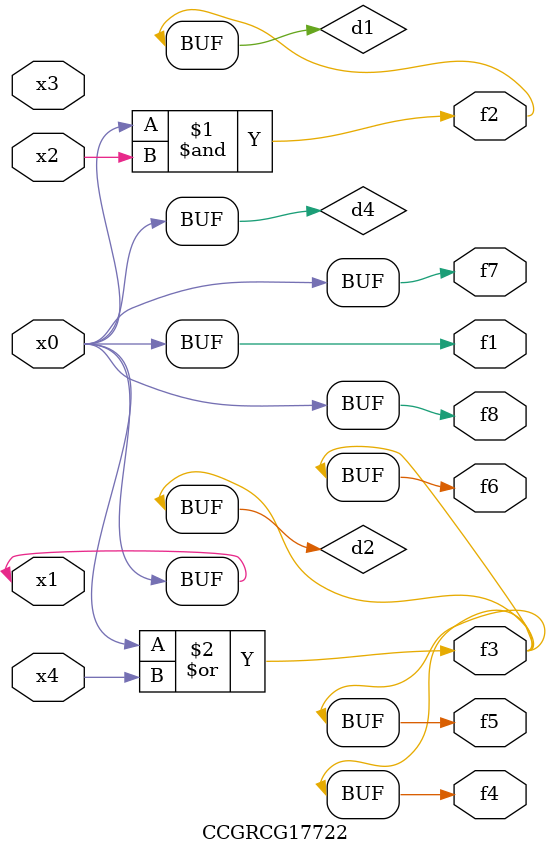
<source format=v>
module CCGRCG17722(
	input x0, x1, x2, x3, x4,
	output f1, f2, f3, f4, f5, f6, f7, f8
);

	wire d1, d2, d3, d4;

	and (d1, x0, x2);
	or (d2, x0, x4);
	nand (d3, x0, x2);
	buf (d4, x0, x1);
	assign f1 = d4;
	assign f2 = d1;
	assign f3 = d2;
	assign f4 = d2;
	assign f5 = d2;
	assign f6 = d2;
	assign f7 = d4;
	assign f8 = d4;
endmodule

</source>
